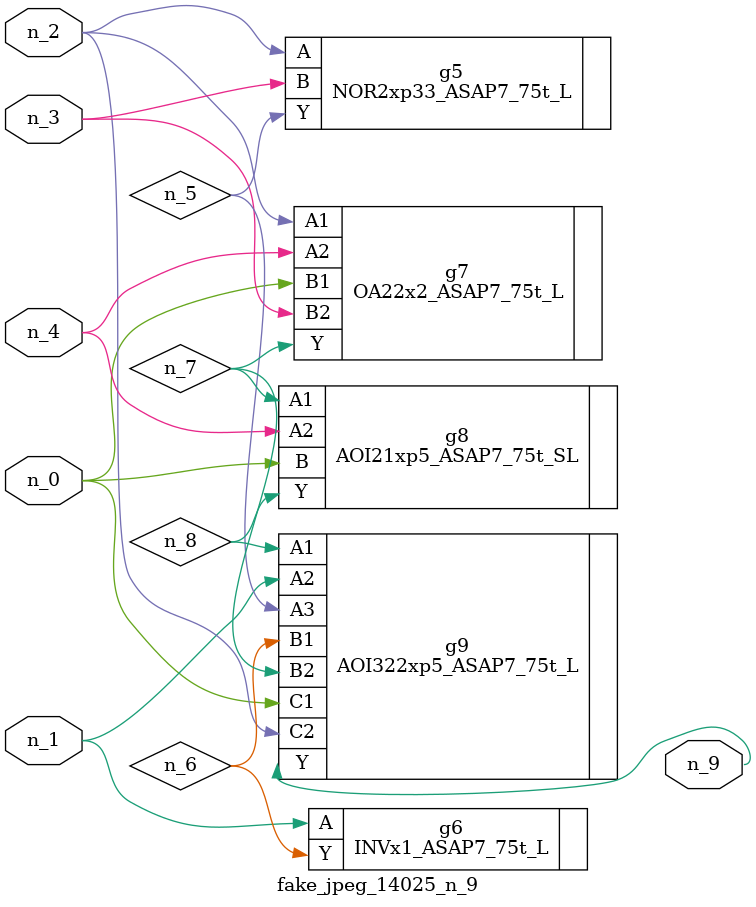
<source format=v>
module fake_jpeg_14025_n_9 (n_3, n_2, n_1, n_0, n_4, n_9);

input n_3;
input n_2;
input n_1;
input n_0;
input n_4;

output n_9;

wire n_8;
wire n_6;
wire n_5;
wire n_7;

NOR2xp33_ASAP7_75t_L g5 ( 
.A(n_2),
.B(n_3),
.Y(n_5)
);

INVx1_ASAP7_75t_L g6 ( 
.A(n_1),
.Y(n_6)
);

OA22x2_ASAP7_75t_L g7 ( 
.A1(n_2),
.A2(n_4),
.B1(n_0),
.B2(n_3),
.Y(n_7)
);

AOI21xp5_ASAP7_75t_SL g8 ( 
.A1(n_7),
.A2(n_4),
.B(n_0),
.Y(n_8)
);

AOI322xp5_ASAP7_75t_L g9 ( 
.A1(n_8),
.A2(n_1),
.A3(n_5),
.B1(n_6),
.B2(n_7),
.C1(n_0),
.C2(n_2),
.Y(n_9)
);


endmodule
</source>
